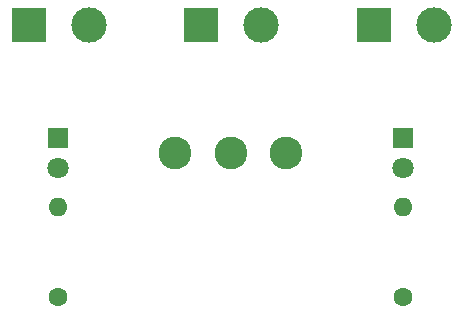
<source format=gbl>
%TF.GenerationSoftware,KiCad,Pcbnew,9.0.0+dfsg-1*%
%TF.CreationDate,2025-03-18T18:42:39+01:00*%
%TF.ProjectId,control-matrix-2-alt,636f6e74-726f-46c2-9d6d-61747269782d,1.0*%
%TF.SameCoordinates,Original*%
%TF.FileFunction,Copper,L2,Bot*%
%TF.FilePolarity,Positive*%
%FSLAX46Y46*%
G04 Gerber Fmt 4.6, Leading zero omitted, Abs format (unit mm)*
G04 Created by KiCad (PCBNEW 9.0.0+dfsg-1) date 2025-03-18 18:42:39*
%MOMM*%
%LPD*%
G01*
G04 APERTURE LIST*
%TA.AperFunction,ComponentPad*%
%ADD10C,3.000000*%
%TD*%
%TA.AperFunction,ComponentPad*%
%ADD11R,3.000000X3.000000*%
%TD*%
%TA.AperFunction,ComponentPad*%
%ADD12C,1.600000*%
%TD*%
%TA.AperFunction,ComponentPad*%
%ADD13O,1.600000X1.600000*%
%TD*%
%TA.AperFunction,ComponentPad*%
%ADD14R,1.800000X1.800000*%
%TD*%
%TA.AperFunction,ComponentPad*%
%ADD15C,1.800000*%
%TD*%
%TA.AperFunction,ComponentPad*%
%ADD16C,2.775000*%
%TD*%
G04 APERTURE END LIST*
D10*
%TO.P,J9,2,Pin_2*%
%TO.N,+12V*%
X82580000Y-84170000D03*
D11*
%TO.P,J9,1,Pin_1*%
%TO.N,GND*%
X77500000Y-84170000D03*
%TD*%
D12*
%TO.P,R1,1*%
%TO.N,+12V*%
X65400000Y-107170000D03*
D13*
%TO.P,R1,2*%
%TO.N,Net-(D1-A)*%
X65400000Y-99550000D03*
%TD*%
D14*
%TO.P,D1,1,K*%
%TO.N,Net-(D1-K)*%
X65400000Y-93730000D03*
D15*
%TO.P,D1,2,A*%
%TO.N,Net-(D1-A)*%
X65400000Y-96270000D03*
%TD*%
D11*
%TO.P,J1,1,Pin_1*%
%TO.N,Net-(D1-K)*%
X62900000Y-84170000D03*
D10*
%TO.P,J1,2,Pin_2*%
X67980000Y-84170000D03*
%TD*%
D12*
%TO.P,R2,1*%
%TO.N,+12V*%
X94600000Y-107170000D03*
D13*
%TO.P,R2,2*%
%TO.N,Net-(D2-A)*%
X94600000Y-99550000D03*
%TD*%
D11*
%TO.P,J2,1,Pin_1*%
%TO.N,Net-(D2-K)*%
X92100000Y-84170000D03*
D10*
%TO.P,J2,2,Pin_2*%
X97180000Y-84170000D03*
%TD*%
D14*
%TO.P,D2,1,K*%
%TO.N,Net-(D2-K)*%
X94600000Y-93730000D03*
D15*
%TO.P,D2,2,A*%
%TO.N,Net-(D2-A)*%
X94600000Y-96270000D03*
%TD*%
D16*
%TO.P,SW1,1,A*%
%TO.N,Net-(D1-K)*%
X84700000Y-95000000D03*
%TO.P,SW1,2,B*%
%TO.N,GND*%
X80000000Y-95000000D03*
%TO.P,SW1,3,C*%
%TO.N,Net-(D2-K)*%
X75300000Y-95000000D03*
%TD*%
M02*

</source>
